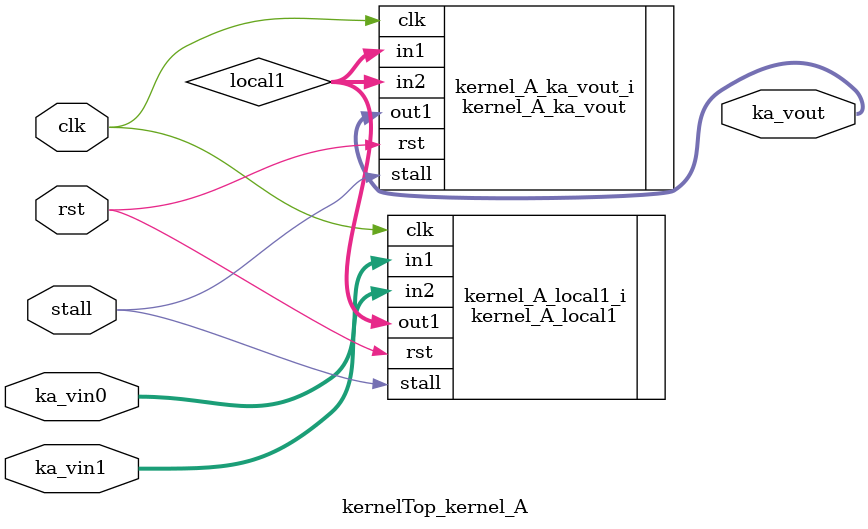
<source format=v>


module kernelTop_kernel_A
#(  
   parameter DATAW     = 32
)

(
// =============================================================================
// ** Ports 
// =============================================================================
    input clk   
  , input rst   	
  , input stall
  
  , input [DATAW-1:0] ka_vin1
  , output [DATAW-1:0] ka_vout
  , input [DATAW-1:0] ka_vin0
);


wire [DATAW-1:0] local1;

kernel_A_local1 
kernel_A_local1_i (
  .clk   (clk)
, .rst   (rst)
, .stall (stall)
, .out1  (local1)
, .in2  (ka_vin1)
, .in1  (ka_vin0)
);

kernel_A_ka_vout 
kernel_A_ka_vout_i (
  .clk   (clk)
, .rst   (rst)
, .stall (stall)
, .out1  (ka_vout)
, .in2  (local1)
, .in1  (local1)
);


endmodule 
</source>
